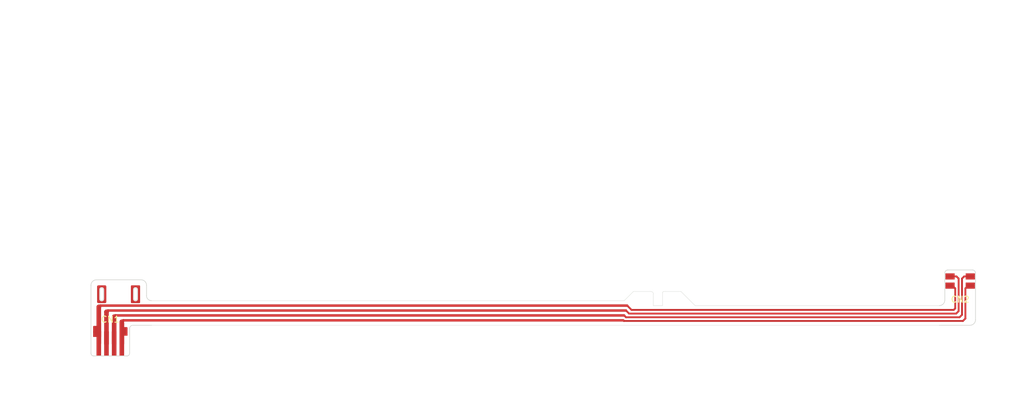
<source format=kicad_pcb>
(kicad_pcb (version 20240108) (generator "pcbnew") (generator_version "8.0")
  (title_block (title "KSS-220A Flexible PCB - Focus and Tracking") (date "2024-08-17") (rev "0.1"))
  (layers (0 "F.Cu" signal) (31 "B.Cu" signal) (34 "B.Paste" user) (35 "F.Paste" user) (36 "B.SilkS" user "B.Silkscreen") (37 "F.SilkS" user "F.Silkscreen") (38 "B.Mask" user) (39 "F.Mask" user) (44 "Edge.Cuts" user))
  (net 0 "")
  (net 1 "Net-(CN1-Pin_4)")
  (net 2 "Net-(CN1-Pin_3)")
  (net 3 "Net-(CN1-Pin_1)")
  (net 4 "Net-(CN1-Pin_2)")
  (footprint "CDR-30A:Flexible_PCB_Conn_1x4_P1.25mm" (layer "F.Cu") (at 78.15 116 180)
    (property "Reference" "CN1" (at 0 1.95 0) (layer "F.SilkS"))
    (property "Value" "Flex_PCB_Edge_Conn_01x4_P1.25mm")
    (fp_line (start 3.15 -3.55) (end 3.15 7.5) (stroke (width 0.1)) (layer "Edge.Cuts"))
    (fp_line (start 2.25 8.4) (end -5 8.4) (stroke (width 0.1)) (layer "Edge.Cuts"))
    (fp_line (start 1.7 6.8) (end 1.7 5.3) (stroke (width 0.1)) (layer "Edge.Cuts"))
    (fp_line (start 1.1 5.3) (end 1.1 6.8) (stroke (width 0.1)) (layer "Edge.Cuts"))
    (fp_line (start -2.7 -4) (end 2.7 -4) (stroke (width 0.1)) (layer "Edge.Cuts"))
    (fp_line (start -3.15 0.5) (end -3.15 -3.55) (stroke (width 0.1)) (layer "Edge.Cuts"))
    (fp_line (start -3.8 6.8) (end -3.8 5.3) (stroke (width 0.1)) (layer "Edge.Cuts"))
    (fp_line (start -4.4 5.3) (end -4.4 6.8) (stroke (width 0.1)) (layer "Edge.Cuts"))
    (fp_line (start -5.9 7.5) (end -5.9 5.8) (stroke (width 0.1)) (layer "Edge.Cuts"))
    (fp_line (start -6.7 1) (end -3.649999 1.000001) (stroke (width 0.1)) (layer "Edge.Cuts"))
    (fp_arc (start 3.15 7.5) (mid 2.886396 8.136396) (end 2.25 8.4) (stroke (width 0.1)) (layer "Edge.Cuts"))
    (fp_arc (start 2.7 -4) (mid 3.018198 -3.868198) (end 3.15 -3.55) (stroke (width 0.1)) (layer "Edge.Cuts"))
    (fp_arc (start 1.7 6.8) (mid 1.4 7.1) (end 1.1 6.8) (stroke (width 0.1)) (layer "Edge.Cuts"))
    (fp_arc (start 1.1 5.3) (mid 1.4 5) (end 1.7 5.3) (stroke (width 0.1)) (layer "Edge.Cuts"))
    (fp_arc (start -3.149999 0.500001) (mid -3.296446 0.853554) (end -3.649999 1.000001) (stroke (width 0.1)) (layer "Edge.Cuts"))
    (fp_arc (start -3.15 -3.55) (mid -3.018198 -3.868198) (end -2.7 -4) (stroke (width 0.1)) (layer "Edge.Cuts"))
    (fp_arc (start -3.8 6.8) (mid -4.1 7.1) (end -4.4 6.8) (stroke (width 0.1)) (layer "Edge.Cuts"))
    (fp_arc (start -4.4 5.3) (mid -4.1 5) (end -3.8 5.3) (stroke (width 0.1)) (layer "Edge.Cuts"))
    (fp_arc (start -5 8.4) (mid -5.636396 8.136396) (end -5.9 7.5) (stroke (width 0.1)) (layer "Edge.Cuts"))
    (fp_arc (start -6.7 5) (mid -6.134315 5.234315) (end -5.9 5.8) (stroke (width 0.1)) (layer "Edge.Cuts"))
    (pad "1" connect rect (at -2.15 -0.35 180) (size 1.3 0.7) (layers "F.Cu" "F.Mask") (net 3 "Net-(CN1-Pin_1)"))
    (pad "1" connect rect (at -1.875 -1.975 180) (size 0.75 3.95) (layers "F.Cu" "F.Mask") (net 3 "Net-(CN1-Pin_1)"))
    (pad "2" connect rect (at -0.625 -1.975 180) (size 0.75 3.95) (layers "F.Cu" "F.Mask") (net 4 "Net-(CN1-Pin_2)"))
    (pad "3" connect rect (at 0.625 -1.975 180) (size 0.75 3.95) (layers "F.Cu" "F.Mask") (net 2 "Net-(CN1-Pin_3)"))
    (pad "4" connect rect (at 1.875 -1.975 180) (size 0.75 3.95) (layers "F.Cu" "F.Mask") (net 1 "Net-(CN1-Pin_4)"))
    (pad "4" connect rect (at 2.15 -0.45 180) (size 1.3 0.9) (layers "F.Cu" "F.Mask") (net 1 "Net-(CN1-Pin_4)"))
  )
  (footprint "CDR-30A:Focus_Tracking_Coil_Pads" (layer "F.Cu") (at 216.5 107.8)
    (property "Reference" "CN2" (at 0 3 0) (layer "F.SilkS"))
    (property "Value" "Focus_Tracking_Coil_Pads")
    (fp_line (start -2.5 3.1) (end -2.500001 -1.300001) (stroke (width 0.1)) (layer "Edge.Cuts"))
    (fp_line (start -2.000001 -1.800001) (end 2 -1.8) (stroke (width 0.1)) (layer "Edge.Cuts"))
    (fp_line (start 1.6 7.2) (end -3.4 7.2) (stroke (width 0.1)) (layer "Edge.Cuts"))
    (fp_line (start 2.5 -1.3) (end 2.5 6.3) (stroke (width 0.1)) (layer "Edge.Cuts"))
    (fp_arc (start -2.500001 -1.300001) (mid -2.353554 -1.653554) (end -2.000001 -1.800001) (stroke (width 0.1)) (layer "Edge.Cuts"))
    (fp_arc (start -2.5 3.1) (mid -2.763604 3.736396) (end -3.4 4) (stroke (width 0.1)) (layer "Edge.Cuts"))
    (fp_arc (start 2 -1.8) (mid 2.353553 -1.653553) (end 2.5 -1.3) (stroke (width 0.1)) (layer "Edge.Cuts"))
    (fp_arc (start 2.5 6.3) (mid 2.236395 6.936395) (end 1.6 7.2) (stroke (width 0.1)) (layer "Edge.Cuts"))
    (pad "1" smd rect (at 1.65 0.75) (size 1.5 1) (layers "F.Cu" "F.Paste" "F.Mask") (net 3 "Net-(CN1-Pin_1)"))
    (pad "2" smd rect (at 1.65 -0.75) (size 1.5 1) (layers "F.Cu" "F.Paste" "F.Mask") (net 4 "Net-(CN1-Pin_2)"))
    (pad "3" smd rect (at -1.65 -0.75) (size 1.5 1) (layers "F.Cu" "F.Paste" "F.Mask") (net 2 "Net-(CN1-Pin_3)"))
    (pad "4" smd rect (at -1.65 0.75) (size 1.5 1) (layers "F.Cu" "F.Paste" "F.Mask") (net 1 "Net-(CN1-Pin_4)"))
  )
  (gr_line (start 163.3 109.5) (end 161.8 111) (stroke (width 0.05)) (layer "Edge.Cuts"))
  (gr_line (start 84.85 115) (end 213.1 115) (stroke (width 0.05)) (layer "Edge.Cuts"))
  (gr_line (start 173.35 111.8) (end 171.05 109.5) (stroke (width 0.05)) (layer "Edge.Cuts"))
  (gr_line (start 166.15 109.5) (end 163.3 109.5) (stroke (width 0.05)) (layer "Edge.Cuts"))
  (gr_line (start 171.05 109.5) (end 168.25 109.5) (stroke (width 0.05)) (layer "Edge.Cuts"))
  (gr_arc (start 168.05 109.7) (mid 168.108579 109.558579) (end 168.25 109.5) (stroke (width 0.05)) (layer "Edge.Cuts"))
  (gr_line (start 168.05 111.8) (end 166.55 111.8) (stroke (width 0.05)) (layer "Edge.Cuts"))
  (gr_line (start 166.55 111.8) (end 166.55 109.9) (stroke (width 0.05)) (layer "Edge.Cuts"))
  (gr_arc (start 166.15 109.5) (mid 166.432843 109.617157) (end 166.55 109.9) (stroke (width 0.05)) (layer "Edge.Cuts"))
  (gr_line (start 168.05 109.7) (end 168.05 111.8) (stroke (width 0.05)) (layer "Edge.Cuts"))
  (gr_line (start 161.8 111) (end 84.85 111) (stroke (width 0.05)) (layer "Edge.Cuts"))
  (gr_line (start 213.1 111.8) (end 173.35 111.8) (stroke (width 0.05)) (layer "Edge.Cuts"))
  (segment (start 215.7 109) (end 215.25 108.55) (width 0.3) (layer "F.Cu") (net 1))
  (segment (start 163 112.5) (end 215.45 112.5) (width 0.3) (layer "F.Cu") (net 1))
  (segment (start 162.3 111.8) (end 163 112.5) (width 0.3) (layer "F.Cu") (net 1))
  (segment (start 215.25 108.55) (end 214.8 108.55) (width 0.3) (layer "F.Cu") (net 1))
  (segment (start 76.3 112) (end 76.5 111.8) (width 0.4) (layer "F.Cu") (net 1))
  (segment (start 215.45 112.5) (end 215.7 112.25) (width 0.3) (layer "F.Cu") (net 1))
  (segment (start 215.7 112.25) (end 215.7 109) (width 0.3) (layer "F.Cu") (net 1))
  (segment (start 76.275 112.025) (end 76.275 117.95) (width 0.75) (layer "F.Cu") (net 1))
  (segment (start 76.3 112) (end 76.275 112.025) (width 0.75) (layer "F.Cu") (net 1))
  (segment (start 76.5 111.8) (end 162.3 111.8) (width 0.4) (layer "F.Cu") (net 1))
  (segment (start 77.525 112.825) (end 77.525 118) (width 0.75) (layer "F.Cu") (net 2))
  (segment (start 77.55 112.8) (end 77.75 112.6) (width 0.4) (layer "F.Cu") (net 2))
  (segment (start 77.75 112.6) (end 162.1 112.6) (width 0.4) (layer "F.Cu") (net 2))
  (segment (start 162.6 113.1) (end 215.85 113.1) (width 0.3) (layer "F.Cu") (net 2))
  (segment (start 216.25 112.7) (end 216.25 107.4) (width 0.3) (layer "F.Cu") (net 2))
  (segment (start 215.85 113.1) (end 216.25 112.7) (width 0.3) (layer "F.Cu") (net 2))
  (segment (start 216.25 107.4) (end 215.9 107.05) (width 0.3) (layer "F.Cu") (net 2))
  (segment (start 162.1 112.6) (end 162.6 113.1) (width 0.3) (layer "F.Cu") (net 2))
  (segment (start 215.9 107.05) (end 214.8 107.05) (width 0.3) (layer "F.Cu") (net 2))
  (segment (start 77.55 112.8) (end 77.525 112.825) (width 0.75) (layer "F.Cu") (net 2))
  (segment (start 217.35 109) (end 217.8 108.55) (width 0.3) (layer "F.Cu") (net 3))
  (segment (start 80.25 114.2) (end 161.65 114.2) (width 0.4) (layer "F.Cu") (net 3))
  (segment (start 217.35 113.9) (end 217.35 109) (width 0.3) (layer "F.Cu") (net 3))
  (segment (start 80.025 114.425) (end 80.025 118) (width 0.75) (layer "F.Cu") (net 3))
  (segment (start 217.8 108.55) (end 218.2 108.55) (width 0.3) (layer "F.Cu") (net 3))
  (segment (start 161.65 114.2) (end 161.75 114.3) (width 0.3) (layer "F.Cu") (net 3))
  (segment (start 216.95 114.3) (end 217.35 113.9) (width 0.3) (layer "F.Cu") (net 3))
  (segment (start 80.025 114.425) (end 80.25 114.2) (width 0.4) (layer "F.Cu") (net 3))
  (segment (start 161.75 114.3) (end 216.95 114.3) (width 0.3) (layer "F.Cu") (net 3))
  (segment (start 78.775 113.6) (end 78.775 118) (width 0.75) (layer "F.Cu") (net 4))
  (segment (start 217.15 107.05) (end 218.2 107.05) (width 0.3) (layer "F.Cu") (net 4))
  (segment (start 78.975 113.4) (end 161.8 113.4) (width 0.4) (layer "F.Cu") (net 4))
  (segment (start 216.4 113.7) (end 216.8 113.3) (width 0.3) (layer "F.Cu") (net 4))
  (segment (start 216.8 107.4) (end 217.15 107.05) (width 0.3) (layer "F.Cu") (net 4))
  (segment (start 162.1 113.7) (end 216.4 113.7) (width 0.3) (layer "F.Cu") (net 4))
  (segment (start 216.8 113.3) (end 216.8 107.4) (width 0.3) (layer "F.Cu") (net 4))
  (segment (start 78.9 113.475) (end 78.975 113.4) (width 0.4) (layer "F.Cu") (net 4))
  (segment (start 161.8 113.4) (end 162.1 113.7) (width 0.3) (layer "F.Cu") (net 4))
  (segment (start 78.9 113.475) (end 78.775 113.6) (width 0.5) (layer "F.Cu") (net 4))
  (zone (net 0) (net_name "") (layer "F.Cu") (priority 2) (connect_pads yes (clearance 0.2)) (min_thickness 0.25) (fill yes (thermal_gap 0.5) (thermal_bridge_width 0.5) (island_removal_mode 1) (island_area_min 10))
    (polygon (pts (xy 81.5 108.5) (xy 83 108.5) (xy 83 111.4) (xy 81.5 111.4)))
  )
  (zone (net 1) (net_name "Net-(CN1-Pin_4)") (layer "F.Cu") (priority 4) (connect_pads yes (clearance 0.2)) (min_thickness 0.25) (fill yes (thermal_gap 0.5) (thermal_bridge_width 0.5))
    (polygon (pts (xy 75.9 114.55) (xy 75.9 115.1) (xy 75.35 115.1) (xy 75.35 116.2) (xy 76.65 116.2) (xy 76.65 114.55)))
  )
  (zone (net 3) (net_name "Net-(CN1-Pin_1)") (layer "F.Cu") (priority 5) (connect_pads yes (clearance 0.2)) (min_thickness 0.25) (fill yes (thermal_gap 0.5) (thermal_bridge_width 0.5))
    (polygon (pts (xy 79.65 114.55) (xy 80.4 114.55) (xy 80.4 115.3) (xy 80.95 115.3) (xy 80.95 116.35) (xy 79.65 116.35)))
  )
  (zone (net 0) (net_name "") (layer "F.Cu") (priority 2) (connect_pads yes (clearance 0.2)) (min_thickness 0.25) (fill yes (thermal_gap 0.5) (thermal_bridge_width 0.5) (smoothing fillet) (radius 0.2) (island_removal_mode 1) (island_area_min 10))
    (polygon (pts (xy 76 108.5) (xy 77.5 108.5) (xy 77.5 111.4) (xy 76 111.4)))
  )
)
</source>
